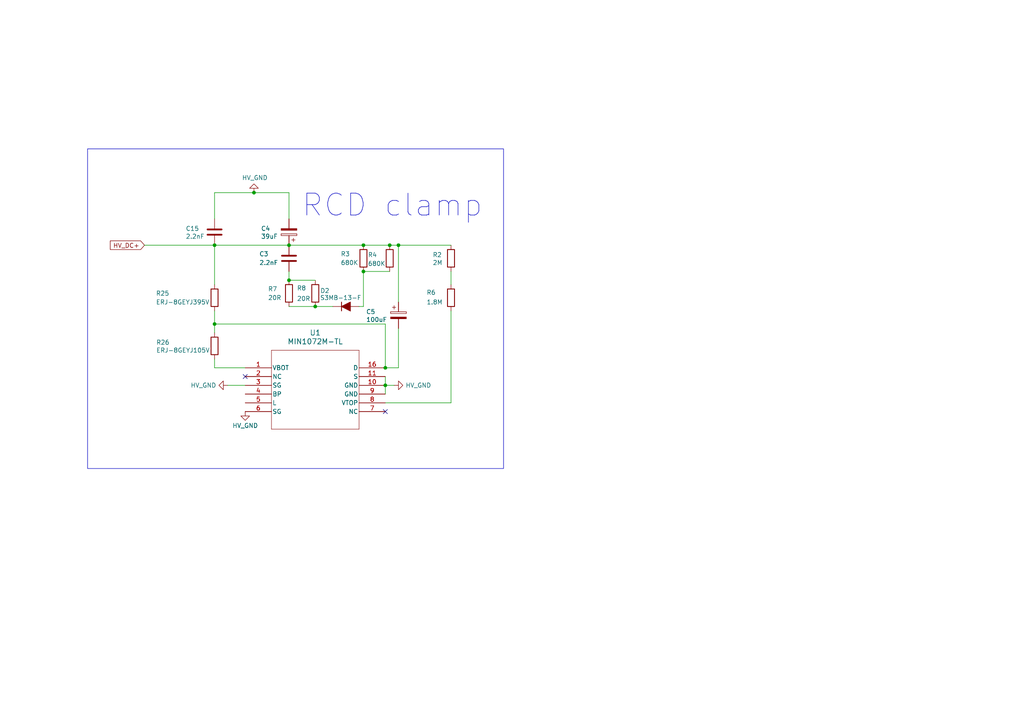
<source format=kicad_sch>
(kicad_sch (version 20231120) (generator "eeschema") (generator_version "8.0")
  (paper "A4")
  (lib_symbols
    (symbol "Device:C" (pin_numbers hide) (pin_names (offset 0.254))
      (property "Reference" "C" (at 0.635 2.54 0))
      (property "Value" "C" (at 0.635 -2.54 0))
      (symbol "C_0_1"
        (polyline (pts (xy -2.032 -0.762) (xy 2.032 -0.762)) (stroke (width 0.508)))
        (polyline (pts (xy -2.032 0.762) (xy 2.032 0.762)) (stroke (width 0.508)))
      )
      (symbol "C_1_1"
        (pin passive line (at 0 3.81 270) (length 2.794) (name "~") (number "1"))
        (pin passive line (at 0 -3.81 90) (length 2.794) (name "~") (number "2"))
      )
    )
    (symbol "Device:C_Polarized" (pin_numbers hide) (pin_names (offset 0.254))
      (property "Reference" "C" (at 0.635 2.54 0))
      (property "Value" "C_Polarized" (at 0.635 -2.54 0))
      (symbol "C_Polarized_0_1"
        (rectangle (start -2.286 0.508) (end 2.286 1.016))
        (polyline (pts (xy -1.778 2.286) (xy -0.762 2.286)))
        (polyline (pts (xy -1.27 2.794) (xy -1.27 1.778)))
        (rectangle (start 2.286 -0.508) (end -2.286 -1.016) (fill (type outline)))
      )
      (symbol "C_Polarized_1_1"
        (pin passive line (at 0 3.81 270) (length 2.794) (name "~") (number "1"))
        (pin passive line (at 0 -3.81 90) (length 2.794) (name "~") (number "2"))
      )
    )
    (symbol "Device:R" (pin_numbers hide) (pin_names (offset 0))
      (property "Reference" "R" (at 2.032 0 90))
      (property "Value" "R" (at 0 0 90))
      (symbol "R_0_1"
        (rectangle (start -1.016 -2.54) (end 1.016 2.54) (stroke (width 0.254)))
      )
      (symbol "R_1_1"
        (pin passive line (at 0 3.81 270) (length 1.27) (name "~") (number "1"))
        (pin passive line (at 0 -3.81 90) (length 1.27) (name "~") (number "2"))
      )
    )
    (symbol "emc_flyback_pcb:S3MBF" (pin_numbers hide) (pin_names (offset 1.016) hide)
      (property "Reference" "D" (at 0 5.08 0))
      (property "Value" "S3MBF" (at 0 2.54 0))
      (symbol "S3MBF_0_1"
        (polyline (pts (xy -1.27 0) (xy 1.27 0)))
        (polyline (pts (xy 1.27 1.27) (xy 1.27 -1.27)) (stroke (width 0.254)))
        (polyline (pts (xy -1.27 1.27) (xy -1.27 -1.27) (xy 1.27 0) (xy -1.27 1.27)) (stroke (width 0.254)) (fill (type outline)))
      )
      (symbol "S3MBF_0_2"
        (polyline (pts (xy -2.54 -2.54) (xy 2.54 2.54)))
        (polyline (pts (xy 0 1.778) (xy 1.778 0)) (stroke (width 0.254)))
        (polyline (pts (xy -0.889 -0.889) (xy -1.778 0) (xy 0.889 0.889) (xy 0 -1.778) (xy -0.889 -0.889)) (stroke (width 0.254)) (fill (type outline)))
      )
      (symbol "S3MBF_1_1"
        (pin passive line (at 3.81 0 180) (length 2.54) (name "K") (number "1"))
        (pin passive line (at -3.81 0 0) (length 2.54) (name "A") (number "2"))
      )
      (symbol "S3MBF_1_2"
        (pin passive line (at 2.54 2.54 180) (length 0) (name "K") (number "1"))
        (pin passive line (at -2.54 -2.54 0) (length 0) (name "A") (number "2"))
      )
    )
    (symbol "min1072m-tl:MIN1072M-TL" (pin_names (offset 0.254))
      (property "Reference" "U" (at 20.32 10.16 0))
      (property "Value" "MIN1072M-TL" (at 20.32 7.62 0))
      (symbol "MIN1072M-TL_0_1"
        (polyline (pts (xy 7.62 -17.78) (xy 33.02 -17.78)) (stroke (width 0.127)))
        (polyline (pts (xy 7.62 5.08) (xy 7.62 -17.78)) (stroke (width 0.127)))
        (polyline (pts (xy 33.02 -17.78) (xy 33.02 5.08)) (stroke (width 0.127)))
        (polyline (pts (xy 33.02 5.08) (xy 7.62 5.08)) (stroke (width 0.127)))
        (pin unspecified line (at 0 0 0) (length 7.62) (name "VBOT") (number "1"))
        (pin unspecified line (at 40.64 -5.08 180) (length 7.62) (name "GND") (number "10"))
        (pin unspecified line (at 40.64 -2.54 180) (length 7.62) (name "S") (number "11"))
        (pin unspecified line (at 40.64 0 180) (length 7.62) (name "D") (number "16"))
        (pin unspecified line (at 0 -2.54 0) (length 7.62) (name "NC") (number "2"))
        (pin unspecified line (at 0 -5.08 0) (length 7.62) (name "SG") (number "3"))
        (pin unspecified line (at 0 -7.62 0) (length 7.62) (name "BP") (number "4"))
        (pin unspecified line (at 0 -10.16 0) (length 7.62) (name "L") (number "5"))
        (pin unspecified line (at 0 -12.7 0) (length 7.62) (name "SG") (number "6"))
        (pin unspecified line (at 40.64 -12.7 180) (length 7.62) (name "NC") (number "7"))
        (pin unspecified line (at 40.64 -10.16 180) (length 7.62) (name "VTOP") (number "8"))
        (pin unspecified line (at 40.64 -7.62 180) (length 7.62) (name "GND") (number "9"))
      )
    )
    (symbol "power:GND" (power) (pin_numbers hide) (pin_names (offset 0) hide)
      (property "Value" "GND" (at 0 -3.81 0))
      (symbol "GND_0_1"
        (polyline (pts (xy 0 0) (xy 0 -1.27) (xy 1.27 -1.27) (xy 0 -2.54) (xy -1.27 -1.27) (xy 0 -1.27)))
      )
      (symbol "GND_1_1"
        (pin power_in line (at 0 0 270) (length 0) (name "~") (number "1"))
      )
    )
  )
  (junction (at 111.76 111.76))
  (junction (at 73.66 55.88))
  (junction (at 105.41 78.74))
  (junction (at 83.82 71.12))
  (junction (at 62.23 71.12))
  (junction (at 83.82 81.28))
  (junction (at 111.76 106.68))
  (junction (at 115.57 71.12))
  (junction (at 62.23 93.98))
  (junction (at 113.03 71.12))
  (junction (at 91.44 88.9))
  (junction (at 105.41 71.12))
  (no_connect (at 111.76 119.38))
  (no_connect (at 71.12 109.22))
  (wire (pts (xy 73.66 55.88) (xy 83.82 55.88)))
  (wire (pts (xy 62.23 82.55) (xy 62.23 71.12)))
  (wire (pts (xy 91.44 88.9) (xy 96.52 88.9)))
  (wire (pts (xy 111.76 111.76) (xy 111.76 114.3)))
  (wire (pts (xy 105.41 71.12) (xy 113.03 71.12)))
  (wire (pts (xy 115.57 71.12) (xy 113.03 71.12)))
  (wire (pts (xy 111.76 106.68) (xy 115.57 106.68)))
  (wire (pts (xy 111.76 93.98) (xy 62.23 93.98)))
  (wire (pts (xy 104.14 88.9) (xy 105.41 88.9)))
  (wire (pts (xy 83.82 81.28) (xy 91.44 81.28)))
  (wire (pts (xy 115.57 71.12) (xy 130.81 71.12)))
  (wire (pts (xy 130.81 78.74) (xy 130.81 82.55)))
  (wire (pts (xy 115.57 106.68) (xy 115.57 95.25)))
  (wire (pts (xy 62.23 71.12) (xy 83.82 71.12)))
  (wire (pts (xy 66.04 111.76) (xy 71.12 111.76)))
  (wire (pts (xy 62.23 106.68) (xy 71.12 106.68)))
  (wire (pts (xy 83.82 88.9) (xy 91.44 88.9)))
  (wire (pts (xy 130.81 90.17) (xy 130.81 116.84)))
  (wire (pts (xy 62.23 55.88) (xy 73.66 55.88)))
  (wire (pts (xy 62.23 93.98) (xy 62.23 90.17)))
  (wire (pts (xy 41.91 71.12) (xy 62.23 71.12)))
  (wire (pts (xy 62.23 63.5) (xy 62.23 55.88)))
  (wire (pts (xy 111.76 111.76) (xy 114.3 111.76)))
  (wire (pts (xy 111.76 106.68) (xy 111.76 93.98)))
  (wire (pts (xy 111.76 109.22) (xy 111.76 111.76)))
  (wire (pts (xy 62.23 93.98) (xy 62.23 96.52)))
  (wire (pts (xy 105.41 78.74) (xy 113.03 78.74)))
  (wire (pts (xy 62.23 104.14) (xy 62.23 106.68)))
  (wire (pts (xy 105.41 88.9) (xy 105.41 78.74)))
  (wire (pts (xy 115.57 87.63) (xy 115.57 71.12)))
  (wire (pts (xy 83.82 55.88) (xy 83.82 63.5)))
  (wire (pts (xy 83.82 71.12) (xy 105.41 71.12)))
  (wire (pts (xy 83.82 78.74) (xy 83.82 81.28)))
  (wire (pts (xy 130.81 116.84) (xy 111.76 116.84)))
  (rectangle (start 25.4 43.18) (end 146.05 135.89))
  (text "RCD clamp\n" (at 113.792 59.69 0) (effects (font (size 6.35 6.35))))
  (global_label "HV_DC+" (shape input) (at 41.91 71.12 180) (property "Intersheetrefs" "${INTERSHEET_REFS}" (effects (hide yes))))
  (symbol (lib_id "Device:R") (at 83.82 85.09 180) (unit 1)
    (property "Reference" "R7" (at 77.724 83.82 0) (effects (justify right)))
    (property "Value" "20R" (at 77.724 86.36 0) (effects (justify right)))
    (property "Description" "Resistor" (effects (hide yes)))
  )
  (symbol (lib_id "Device:C_Polarized") (at 115.57 91.44 0) (unit 1)
    (property "Reference" "C5" (at 106.172 90.424 0) (effects (justify left)))
    (property "Value" "100uF" (at 106.172 92.71 0) (effects (justify left)))
    (property "Description" "Polarized capacitor" (effects (hide yes)))
  )
  (symbol (lib_id "emc_flyback_pcb:S3MBF") (at 100.33 88.9 180) (unit 1)
    (property "Reference" "D2" (at 94.234 84.328 0))
    (property "Value" "S3MB-13-F" (at 98.806 86.36 0))
    (property "Footprint" "PCM_Diode_SMD_AKL:D_SMBFL" (effects (hide yes)))
    (property "Datasheet" "https://www.tme.eu/Document/c60ccab7b62705ff64288cc234d152c0/S3ABF_SER.pdf" (effects (hide yes)))
    (property "Description" "SMBFL Diode, Rectifier, 1000V, 3A, Alternate KiCad Library" (effects (hide yes)))
  )
  (symbol (lib_id "Device:R") (at 130.81 74.93 0) (unit 1)
    (property "Reference" "R2" (at 125.476 73.914 0) (effects (justify left)))
    (property "Value" "2M" (at 125.476 76.2 0) (effects (justify left)))
    (property "Description" "Resistor" (effects (hide yes)))
  )
  (symbol (lib_id "Device:C_Polarized") (at 83.82 67.31 180) (unit 1)
    (property "Reference" "C4" (at 75.692 66.294 0) (effects (justify right)))
    (property "Value" "39uF" (at 75.692 68.58 0) (effects (justify right)))
    (property "Description" "Polarized capacitor" (effects (hide yes)))
  )
  (symbol (lib_id "Device:R") (at 91.44 85.09 180) (unit 1)
    (property "Reference" "R8" (at 86.106 83.566 0) (effects (justify right)))
    (property "Value" "20R" (at 86.106 86.614 0) (effects (justify right)))
    (property "Description" "Resistor" (effects (hide yes)))
  )
  (symbol (lib_id "power:GND") (at 73.66 55.88 180) (unit 1)
    (property "Reference" "#PWR01" (effects (hide yes)))
    (property "Value" "HV_GND" (at 73.914 51.562 0))
    (property "Description" "Power symbol creates a global label with name \"GND\" , ground" (effects (hide yes)))
  )
  (symbol (lib_id "Device:R") (at 62.23 100.33 0) (unit 1)
    (property "Reference" "R26" (at 47.244 99.314 0))
    (property "Value" "ERJ-8GEYJ105V" (at 53.086 101.6 0))
    (property "Description" "Resistor" (effects (hide yes)))
  )
  (symbol (lib_id "min1072m-tl:MIN1072M-TL") (at 71.12 106.68 0) (unit 1)
    (property "Reference" "U1" (at 91.44 96.52 0) (effects (font (size 1.524 1.524))))
    (property "Value" "MIN1072M-TL" (at 91.44 99.06 0) (effects (font (size 1.524 1.524))))
    (property "Footprint" "MINSOP-16A_PWI" (effects (hide yes)))
    (property "Datasheet" "MIN1072M-TL" (effects (hide yes)))
  )
  (symbol (lib_id "Device:R") (at 105.41 74.93 0) (unit 1)
    (property "Reference" "R3" (at 98.806 73.66 0) (effects (justify left)))
    (property "Value" "680K" (at 98.806 76.2 0) (effects (justify left)))
    (property "Description" "Resistor" (effects (hide yes)))
  )
  (symbol (lib_id "power:GND") (at 71.12 119.38 0) (unit 1)
    (property "Reference" "#PWR04" (effects (hide yes)))
    (property "Value" "HV_GND" (at 71.12 123.444 0))
    (property "Description" "Power symbol creates a global label with name \"GND\" , ground" (effects (hide yes)))
  )
  (symbol (lib_id "Device:C") (at 83.82 74.93 0) (unit 1)
    (property "Reference" "C3" (at 75.184 73.66 0) (effects (justify left)))
    (property "Value" "2.2nF" (at 75.184 76.2 0) (effects (justify left)))
    (property "Description" "Unpolarized capacitor" (effects (hide yes)))
  )
  (symbol (lib_id "Device:C") (at 62.23 67.31 0) (unit 1)
    (property "Reference" "C15" (at 53.848 66.294 0) (effects (justify left)))
    (property "Value" "2.2nF" (at 53.848 68.58 0) (effects (justify left)))
    (property "Description" "Unpolarized capacitor" (effects (hide yes)))
  )
  (symbol (lib_id "Device:R") (at 113.03 74.93 0) (unit 1)
    (property "Reference" "R4" (at 106.68 73.914 0) (effects (justify left)))
    (property "Value" "680K" (at 106.68 76.454 0) (effects (justify left)))
    (property "Description" "Resistor" (effects (hide yes)))
  )
  (symbol (lib_id "power:GND") (at 66.04 111.76 270) (unit 1)
    (property "Reference" "#PWR03" (effects (hide yes)))
    (property "Value" "HV_GND" (at 62.738 111.76 90) (effects (justify right)))
    (property "Description" "Power symbol creates a global label with name \"GND\" , ground" (effects (hide yes)))
  )
  (symbol (lib_id "Device:R") (at 130.81 86.36 0) (unit 1)
    (property "Reference" "R6" (at 123.698 84.836 0) (effects (justify left)))
    (property "Value" "1.8M" (at 123.698 87.63 0) (effects (justify left)))
    (property "Description" "Resistor" (effects (hide yes)))
  )
  (symbol (lib_id "Device:R") (at 62.23 86.36 180) (unit 1)
    (property "Reference" "R25" (at 45.212 85.09 0) (effects (justify right)))
    (property "Value" "ERJ-8GEYJ395V" (at 45.212 87.63 0) (effects (justify right)))
    (property "Description" "Resistor" (effects (hide yes)))
  )
  (symbol (lib_id "power:GND") (at 114.3 111.76 90) (unit 1)
    (property "Reference" "#PWR02" (effects (hide yes)))
    (property "Value" "HV_GND" (at 117.602 111.76 90) (effects (justify right)))
    (property "Description" "Power symbol creates a global label with name \"GND\" , ground" (effects (hide yes)))
  )
)
</source>
